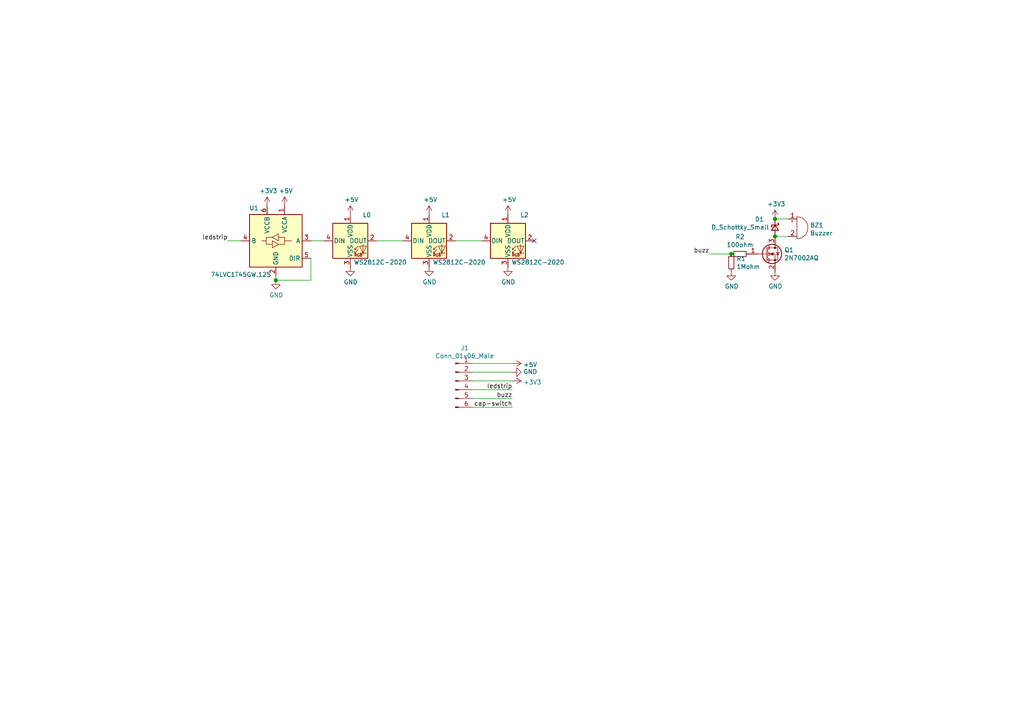
<source format=kicad_sch>
(kicad_sch (version 20210126) (generator eeschema)
  (paper "A4")
  (lib_symbols
    (symbol "Connector:Conn_01x06_Male" (pin_names (offset 1.016) hide)
      (property "Reference" "J" (at 0 7.62 0))
      (property "Value" "Conn_01x06_Male" (at 0 -10.16 0))
      (symbol "Conn_01x06_Male_1_1"
        (rectangle (start 0.8636 -7.493) (end 0 -7.747) (stroke (width 0.1524)) (fill (type outline)))
        (rectangle (start 0.8636 -4.953) (end 0 -5.207) (stroke (width 0.1524)) (fill (type outline)))
        (rectangle (start 0.8636 -2.413) (end 0 -2.667) (stroke (width 0.1524)) (fill (type outline)))
        (rectangle (start 0.8636 0.127) (end 0 -0.127) (stroke (width 0.1524)) (fill (type outline)))
        (rectangle (start 0.8636 2.667) (end 0 2.413) (stroke (width 0.1524)) (fill (type outline)))
        (rectangle (start 0.8636 5.207) (end 0 4.953) (stroke (width 0.1524)) (fill (type outline)))
        (polyline (pts (xy 1.27 -7.62) (xy 0.8636 -7.62)) (stroke (width 0.1524)))
        (polyline (pts (xy 1.27 -5.08) (xy 0.8636 -5.08)) (stroke (width 0.1524)))
        (polyline (pts (xy 1.27 -2.54) (xy 0.8636 -2.54)) (stroke (width 0.1524)))
        (polyline (pts (xy 1.27 0) (xy 0.8636 0)) (stroke (width 0.1524)))
        (polyline (pts (xy 1.27 2.54) (xy 0.8636 2.54)) (stroke (width 0.1524)))
        (polyline (pts (xy 1.27 5.08) (xy 0.8636 5.08)) (stroke (width 0.1524)))
        (pin passive line (at 5.08 5.08 180) (length 3.81) (name "Pin_1") (number "1"))
        (pin passive line (at 5.08 2.54 180) (length 3.81) (name "Pin_2") (number "2"))
        (pin passive line (at 5.08 0 180) (length 3.81) (name "Pin_3") (number "3"))
        (pin passive line (at 5.08 -2.54 180) (length 3.81) (name "Pin_4") (number "4"))
        (pin passive line (at 5.08 -5.08 180) (length 3.81) (name "Pin_5") (number "5"))
        (pin passive line (at 5.08 -7.62 180) (length 3.81) (name "Pin_6") (number "6"))
      )
    )
    (symbol "Device:Buzzer" (pin_names (offset 0.0254) hide)
      (property "Reference" "BZ" (at 3.81 1.27 0))
      (property "Value" "Buzzer" (at 3.81 -1.27 0))
      (symbol "Buzzer_0_1"
        (arc (start 0 -3.175) (end 0 3.175) (radius (at 0 0) (length 3.175) (angles -89.9 89.9)))
        (polyline (pts (xy -1.651 1.905) (xy -1.143 1.905)))
        (polyline (pts (xy -1.397 2.159) (xy -1.397 1.651)))
        (polyline (pts (xy 0 3.175) (xy 0 -3.175)))
      )
      (symbol "Buzzer_1_1"
        (pin passive line (at -2.54 2.54 0) (length 2.54) (name "-") (number "1"))
        (pin passive line (at -2.54 -2.54 0) (length 2.54) (name "+") (number "2"))
      )
    )
    (symbol "Device:D_Schottky_Small" (pin_numbers hide) (pin_names (offset 0.254) hide)
      (property "Reference" "D" (at -1.27 2.032 0))
      (property "Value" "D_Schottky_Small" (at -7.112 -2.032 0))
      (symbol "D_Schottky_Small_0_1"
        (polyline (pts (xy -0.762 0) (xy 0.762 0)))
        (polyline (pts (xy 0.762 -1.016) (xy -0.762 0) (xy 0.762 1.016) (xy 0.762 -1.016)) (stroke (width 0.254)))
        (polyline (pts (xy -1.27 0.762) (xy -1.27 1.016) (xy -0.762 1.016) (xy -0.762 -1.016) (xy -0.254 -1.016) (xy -0.254 -0.762)) (stroke (width 0.254)))
      )
      (symbol "D_Schottky_Small_1_1"
        (pin passive line (at -2.54 0 0) (length 1.778) (name "K") (number "1"))
        (pin passive line (at 2.54 0 180) (length 1.778) (name "A") (number "2"))
      )
    )
    (symbol "Device:R_Small" (pin_numbers hide) (pin_names (offset 0.254) hide)
      (property "Reference" "R" (at 0.762 0.508 0))
      (property "Value" "R_Small" (at 0.762 -1.016 0))
      (symbol "R_Small_0_1"
        (rectangle (start -0.762 1.778) (end 0.762 -1.778) (stroke (width 0.2032)))
      )
      (symbol "R_Small_1_1"
        (pin passive line (at 0 2.54 270) (length 0.762) (name "~") (number "1"))
        (pin passive line (at 0 -2.54 90) (length 0.762) (name "~") (number "2"))
      )
    )
    (symbol "LED:WS2812B" (pin_names (offset 0.254))
      (property "Reference" "D" (at 5.08 5.715 0))
      (property "Value" "WS2812B" (at 1.27 -5.715 0))
      (symbol "WS2812B_0_0"
        (text "RGB" (at 2.286 -4.191 0) (effects (font (size 0.762 0.762))))
      )
      (symbol "WS2812B_0_1"
        (rectangle (start 5.08 5.08) (end -5.08 -5.08) (stroke (width 0.254)) (fill (type background)))
        (polyline (pts (xy 1.27 -3.556) (xy 1.778 -3.556)))
        (polyline (pts (xy 1.27 -2.54) (xy 1.778 -2.54)))
        (polyline (pts (xy 4.699 -3.556) (xy 2.667 -3.556)))
        (polyline (pts (xy 2.286 -2.54) (xy 1.27 -3.556) (xy 1.27 -3.048)))
        (polyline (pts (xy 2.286 -1.524) (xy 1.27 -2.54) (xy 1.27 -2.032)))
        (polyline (pts (xy 3.683 -1.016) (xy 3.683 -3.556) (xy 3.683 -4.064)))
        (polyline (pts (xy 4.699 -1.524) (xy 2.667 -1.524) (xy 3.683 -3.556) (xy 4.699 -1.524)))
      )
      (symbol "WS2812B_1_1"
        (pin power_in line (at 0 7.62 270) (length 2.54) (name "VDD") (number "1"))
        (pin output line (at 7.62 0 180) (length 2.54) (name "DOUT") (number "2"))
        (pin power_in line (at 0 -7.62 90) (length 2.54) (name "VSS") (number "3"))
        (pin input line (at -7.62 0 0) (length 2.54) (name "DIN") (number "4"))
      )
    )
    (symbol "Logic_LevelTranslator:SN74LVC1T45DCK"
      (property "Reference" "U" (at -6.35 8.89 0))
      (property "Value" "SN74LVC1T45DCK" (at 3.81 8.89 0))
      (symbol "SN74LVC1T45DCK_0_1"
        (rectangle (start -7.62 7.62) (end 7.62 -7.62) (stroke (width 0.254)) (fill (type background)))
        (polyline (pts (xy -2.54 0) (xy -2.54 1.016) (xy -0.762 1.016)))
        (polyline (pts (xy 2.794 0) (xy 2.794 -1.016) (xy 1.016 -1.016)))
        (polyline (pts (xy -0.762 -1.016) (xy -2.54 -1.016) (xy -2.54 0) (xy -4.572 0)))
        (polyline (pts (xy -0.762 0) (xy -0.762 2.032) (xy 1.016 1.016) (xy -0.762 0)))
        (polyline (pts (xy 1.016 1.016) (xy 2.794 1.016) (xy 2.794 0) (xy 4.064 0)))
        (polyline (pts (xy 1.016 0) (xy 1.016 -1.778) (xy 1.016 -2.032) (xy -0.762 -1.016) (xy 1.016 0)))
      )
      (symbol "SN74LVC1T45DCK_1_1"
        (pin power_in line (at -2.54 10.16 270) (length 2.54) (name "VCCA") (number "1"))
        (pin power_in line (at 0 -10.16 90) (length 2.54) (name "GND") (number "2"))
        (pin bidirectional line (at -10.16 0 0) (length 2.54) (name "A") (number "3"))
        (pin bidirectional line (at 10.16 0 180) (length 2.54) (name "B") (number "4"))
        (pin input line (at -10.16 -5.08 0) (length 2.54) (name "DIR") (number "5"))
        (pin power_in line (at 2.54 10.16 270) (length 2.54) (name "VCCB") (number "6"))
      )
    )
    (symbol "Transistor_FET:2N7002H" (pin_names hide)
      (property "Reference" "Q" (at 5.08 1.905 0))
      (property "Value" "2N7002H" (at 5.08 0 0))
      (symbol "2N7002H_0_1"
        (circle (center 1.651 0) (radius 2.794) (stroke (width 0.254)))
        (circle (center 2.54 -1.778) (radius 0.254) (fill (type outline)))
        (circle (center 2.54 1.778) (radius 0.254) (fill (type outline)))
        (polyline (pts (xy 0.254 0) (xy -2.54 0)))
        (polyline (pts (xy 0.254 1.905) (xy 0.254 -1.905)) (stroke (width 0.254)))
        (polyline (pts (xy 0.762 -1.27) (xy 0.762 -2.286)) (stroke (width 0.254)))
        (polyline (pts (xy 0.762 0.508) (xy 0.762 -0.508)) (stroke (width 0.254)))
        (polyline (pts (xy 0.762 2.286) (xy 0.762 1.27)) (stroke (width 0.254)))
        (polyline (pts (xy 2.54 2.54) (xy 2.54 1.778)))
        (polyline (pts (xy 2.54 -2.54) (xy 2.54 0) (xy 0.762 0)))
        (polyline (pts (xy 0.762 -1.778) (xy 3.302 -1.778) (xy 3.302 1.778) (xy 0.762 1.778)))
        (polyline (pts (xy 2.794 0.508) (xy 2.921 0.381) (xy 3.683 0.381) (xy 3.81 0.254)))
        (polyline (pts (xy 3.302 0.381) (xy 2.921 -0.254) (xy 3.683 -0.254) (xy 3.302 0.381)))
        (polyline (pts (xy 1.016 0) (xy 2.032 0.381) (xy 2.032 -0.381) (xy 1.016 0)) (fill (type outline)))
      )
      (symbol "2N7002H_1_1"
        (pin input line (at -5.08 0 0) (length 2.54) (name "G") (number "1"))
        (pin passive line (at 2.54 -5.08 90) (length 2.54) (name "S") (number "2"))
        (pin passive line (at 2.54 5.08 270) (length 2.54) (name "D") (number "3"))
      )
    )
    (symbol "power:+3.3V" (power) (pin_names (offset 0))
      (property "Value" "+3.3V" (at 0 3.556 0))
      (symbol "+3.3V_0_1"
        (polyline (pts (xy -0.762 1.27) (xy 0 2.54)))
        (polyline (pts (xy 0 0) (xy 0 2.54)))
        (polyline (pts (xy 0 2.54) (xy 0.762 1.27)))
      )
      (symbol "+3.3V_1_1"
        (pin power_in line (at 0 0 90) (length 0) hide (name "+3V3") (number "1"))
      )
    )
    (symbol "power:+5V" (power) (pin_names (offset 0))
      (property "Value" "+5V" (at 0 3.556 0))
      (symbol "+5V_0_1"
        (polyline (pts (xy -0.762 1.27) (xy 0 2.54)))
        (polyline (pts (xy 0 0) (xy 0 2.54)))
        (polyline (pts (xy 0 2.54) (xy 0.762 1.27)))
      )
      (symbol "+5V_1_1"
        (pin power_in line (at 0 0 90) (length 0) hide (name "+5V") (number "1"))
      )
    )
    (symbol "power:GND" (power) (pin_names (offset 0))
      (property "Value" "GND" (at 0 -3.81 0))
      (symbol "GND_0_1"
        (polyline (pts (xy 0 0) (xy 0 -1.27) (xy 1.27 -1.27) (xy 0 -2.54) (xy -1.27 -1.27) (xy 0 -1.27)))
      )
      (symbol "GND_1_1"
        (pin power_in line (at 0 0 270) (length 0) hide (name "GND") (number "1"))
      )
    )
  )
  (junction (at 80.01 81.28) (diameter 1.016))
  (junction (at 212.09 73.66) (diameter 1.016))
  (junction (at 224.79 63.5) (diameter 1.016))
  (junction (at 224.79 68.58) (diameter 1.016))
  (no_connect (at 154.94 69.85))
  (wire (pts (xy 69.85 69.85) (xy 66.04 69.85)))
  (wire (pts (xy 80.01 81.28) (xy 80.01 80.01)))
  (wire (pts (xy 90.17 69.85) (xy 93.98 69.85)))
  (wire (pts (xy 90.17 74.93) (xy 90.17 81.28)))
  (wire (pts (xy 90.17 81.28) (xy 80.01 81.28)))
  (wire (pts (xy 109.22 69.85) (xy 116.84 69.85)))
  (wire (pts (xy 132.08 69.85) (xy 139.7 69.85)))
  (wire (pts (xy 137.16 105.41) (xy 148.59 105.41)))
  (wire (pts (xy 137.16 107.95) (xy 148.59 107.95)))
  (wire (pts (xy 137.16 110.49) (xy 148.59 110.49)))
  (wire (pts (xy 137.16 113.03) (xy 148.59 113.03)))
  (wire (pts (xy 137.16 115.57) (xy 148.59 115.57)))
  (wire (pts (xy 137.16 118.11) (xy 148.59 118.11)))
  (wire (pts (xy 205.74 73.66) (xy 212.09 73.66)))
  (wire (pts (xy 224.79 68.58) (xy 228.6 68.58)))
  (wire (pts (xy 228.6 63.5) (xy 224.79 63.5)))
  (label "ledstrip" (at 66.04 69.85 180))
  (label "ledstrip" (at 148.59 113.03 180))
  (label "buzz" (at 148.59 115.57 180))
  (label "cap-switch" (at 148.59 118.11 180))
  (label "buzz" (at 205.74 73.66 180))
  (symbol (lib_id "power:+3.3V") (at 77.47 59.69 0) (unit 1)
    (property "Reference" "#PWR01" (effects hide))
    (property "Value" "+3.3V" (at 77.8383 55.3656 0))
  )
  (symbol (lib_id "power:+5V") (at 82.55 59.69 0) (unit 1)
    (property "Reference" "#PWR03" (effects hide))
    (property "Value" "+5V" (at 82.9183 55.3656 0))
  )
  (symbol (lib_id "power:+5V") (at 101.6 62.23 0) (unit 1)
    (property "Reference" "#PWR04" (effects hide))
    (property "Value" "+5V" (at 101.9683 57.9056 0))
  )
  (symbol (lib_id "power:+5V") (at 124.46 62.23 0) (unit 1)
    (property "Reference" "#PWR06" (effects hide))
    (property "Value" "+5V" (at 124.8283 57.9056 0))
  )
  (symbol (lib_id "power:+5V") (at 147.32 62.23 0) (unit 1)
    (property "Reference" "#PWR08" (effects hide))
    (property "Value" "+5V" (at 147.6883 57.9056 0))
  )
  (symbol (lib_id "power:+5V") (at 148.59 105.41 270) (unit 1)
    (property "Reference" "#PWR010" (effects hide))
    (property "Value" "+5V" (at 151.7651 105.7783 90) (effects (justify left)))
  )
  (symbol (lib_id "power:+3.3V") (at 148.59 110.49 270) (unit 1)
    (property "Reference" "#PWR012" (effects hide))
    (property "Value" "+3.3V" (at 151.7651 110.8583 90) (effects (justify left)))
  )
  (symbol (lib_id "power:+3.3V") (at 224.79 63.5 0) (unit 1)
    (property "Reference" "#PWR014" (effects hide))
    (property "Value" "+3.3V" (at 225.1583 59.1756 0))
  )
  (symbol (lib_id "power:GND") (at 80.01 81.28 0) (unit 1)
    (property "Reference" "#PWR02" (effects hide))
    (property "Value" "GND" (at 80.1243 85.6044 0))
  )
  (symbol (lib_id "power:GND") (at 101.6 77.47 0) (unit 1)
    (property "Reference" "#PWR05" (effects hide))
    (property "Value" "GND" (at 101.7143 81.7944 0))
  )
  (symbol (lib_id "power:GND") (at 124.46 77.47 0) (unit 1)
    (property "Reference" "#PWR07" (effects hide))
    (property "Value" "GND" (at 124.5743 81.7944 0))
  )
  (symbol (lib_id "power:GND") (at 147.32 77.47 0) (unit 1)
    (property "Reference" "#PWR09" (effects hide))
    (property "Value" "GND" (at 147.4343 81.7944 0))
  )
  (symbol (lib_id "power:GND") (at 148.59 107.95 90) (unit 1)
    (property "Reference" "#PWR011" (effects hide))
    (property "Value" "GND" (at 151.7651 107.8357 90) (effects (justify right)))
  )
  (symbol (lib_id "power:GND") (at 212.09 78.74 0) (unit 1)
    (property "Reference" "#PWR013" (effects hide))
    (property "Value" "GND" (at 212.2043 83.0644 0))
  )
  (symbol (lib_id "power:GND") (at 224.79 78.74 0) (unit 1)
    (property "Reference" "#PWR015" (effects hide))
    (property "Value" "GND" (at 224.9043 83.0644 0))
  )
  (symbol (lib_id "Device:R_Small") (at 212.09 76.2 0) (unit 1)
    (property "Reference" "R1" (at 213.5887 75.0506 0) (effects (justify left)))
    (property "Value" "1Mohm" (at 213.589 77.349 0) (effects (justify left)))
    (property "Footprint" "Resistor_SMD:R_0603_1608Metric_Pad0.98x0.95mm_HandSolder" (effects hide))
  )
  (symbol (lib_id "Device:R_Small") (at 214.63 73.66 270) (unit 1)
    (property "Reference" "R2" (at 214.63 68.7132 90))
    (property "Value" "100ohm" (at 214.63 71.012 90))
    (property "Footprint" "Resistor_SMD:R_0603_1608Metric_Pad0.98x0.95mm_HandSolder" (effects hide))
  )
  (symbol (lib_id "Device:D_Schottky_Small") (at 224.79 66.04 270) (unit 1)
    (property "Reference" "D1" (at 218.9481 63.6206 90) (effects (justify left)))
    (property "Value" "D_Schottky_Small" (at 206.2481 65.9193 90) (effects (justify left)))
    (property "Footprint" "Diode_SMD:D_SMA-SMB_Universal_Handsoldering" (effects hide))
  )
  (symbol (lib_id "Device:Buzzer") (at 231.14 66.04 0) (unit 1)
    (property "Reference" "BZ1" (at 234.9501 65.3224 0) (effects (justify left)))
    (property "Value" "Buzzer" (at 234.9501 67.6211 0) (effects (justify left)))
    (property "Footprint" "self_footprints:LD_BZEL_T32_0803_magnetic_transducer" (effects hide))
    (property "Datasheet" "https://www.tme.eu/Document/5ef8cb15fb897de850127cb891ed27ad/LD-BZEL-T32-0803_DTE.pdf" (effects hide))
    (property "Buy" "https://www.tme.eu/it/details/ld-bzel-t32-0803/segnalatori-elettromag-senza-generatore/loudity/" (effects hide))
  )
  (symbol (lib_id "Connector:Conn_01x06_Male") (at 132.08 110.49 0) (unit 1)
    (property "Reference" "J1" (at 134.7724 100.9458 0))
    (property "Value" "Conn_01x06_Male" (at 134.7724 103.2445 0))
    (property "Footprint" "Connector_PinHeader_1.00mm:PinHeader_1x06_P1.00mm_Vertical" (effects hide))
  )
  (symbol (lib_id "Transistor_FET:2N7002H") (at 222.25 73.66 0) (unit 1)
    (property "Reference" "Q1" (at 227.4571 72.5106 0) (effects (justify left)))
    (property "Value" "2N7002AQ" (at 227.4571 74.8093 0) (effects (justify left)))
    (property "Footprint" "Package_TO_SOT_SMD:SOT-23" (effects hide))
    (property "Datasheet" "https://www.tme.eu/Document/db00e306868733df850e3df6cf2ebb24/2N7002AQ.pdf" (effects hide))
    (property "Buy" "https://www.tme.eu/it/details/2n7002aq-13/transistori-con-canale-n-smd/diodes-incorporated/" (effects hide))
  )
  (symbol (lib_id "LED:WS2812B") (at 101.6 69.85 0) (unit 1)
    (property "Reference" "L0" (at 105.156 62.351 0) (effects (justify left)))
    (property "Value" "WS2812C-2020" (at 102.6161 76.0793 0) (effects (justify left)))
    (property "Footprint" "LED_SMD:LED_WS2812B_PLCC4_5.0x5.0mm_P3.2mm" (effects hide))
    (property "Datasheet" "https://www.tme.eu/Document/e9a11cb1285d7850e97c7bf4ed162c64/WS2812C-2020.pdf" (effects hide))
    (property "Buy" "https://www.tme.eu/it/details/ws2812c-2020/diodi-led-smd-colorati/worldsemi/" (effects hide))
  )
  (symbol (lib_id "LED:WS2812B") (at 124.46 69.85 0) (unit 1)
    (property "Reference" "L1" (at 128.016 62.351 0) (effects (justify left)))
    (property "Value" "WS2812C-2020" (at 125.4761 76.0793 0) (effects (justify left)))
    (property "Footprint" "LED_SMD:LED_WS2812B_PLCC4_5.0x5.0mm_P3.2mm" (effects hide))
    (property "Datasheet" "https://www.tme.eu/Document/e9a11cb1285d7850e97c7bf4ed162c64/WS2812C-2020.pdf" (effects hide))
    (property "Buy" "https://www.tme.eu/it/details/ws2812c-2020/diodi-led-smd-colorati/worldsemi/" (effects hide))
  )
  (symbol (lib_id "LED:WS2812B") (at 147.32 69.85 0) (unit 1)
    (property "Reference" "L2" (at 150.876 62.351 0) (effects (justify left)))
    (property "Value" "WS2812C-2020" (at 148.3361 76.0793 0) (effects (justify left)))
    (property "Footprint" "LED_SMD:LED_WS2812B_PLCC4_5.0x5.0mm_P3.2mm" (effects hide))
    (property "Datasheet" "https://www.tme.eu/Document/e9a11cb1285d7850e97c7bf4ed162c64/WS2812C-2020.pdf" (effects hide))
    (property "Buy" "https://www.tme.eu/it/details/ws2812c-2020/diodi-led-smd-colorati/worldsemi/" (effects hide))
  )
  (symbol (lib_id "Logic_LevelTranslator:SN74LVC1T45DCK") (at 80.01 69.85 0) (mirror y) (unit 1)
    (property "Reference" "U1" (at 73.66 60.3442 0))
    (property "Value" "74LVC1T45GW.125" (at 69.85 79.6355 0))
    (property "Footprint" "Package_TO_SOT_SMD:SOT-363_SC-70-6" (effects hide))
    (property "Datasheet" "https://www.tme.eu/Document/650ea425295feed547fb68495cd8b7b3/74LVCH1T45G-DTE.PDF" (effects hide))
    (property "Buy" "https://www.tme.eu/it/details/74lvc1t45gw.125/convertitori-logici/nexperia/" (effects hide))
  )
)
</source>
